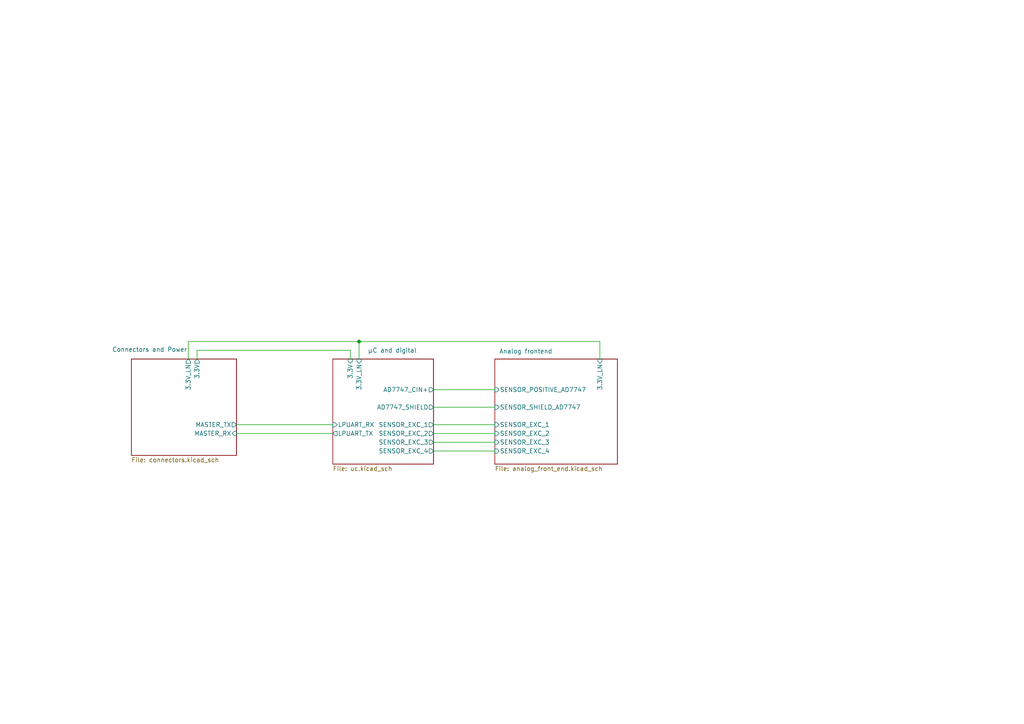
<source format=kicad_sch>
(kicad_sch
	(version 20250114)
	(generator "eeschema")
	(generator_version "9.0")
	(uuid "dedd74c5-8e82-403a-8a1b-f763d3ee00bb")
	(paper "A4")
	(title_block
		(title "Wall Moisture Sensor - WMS1")
		(rev "${VERSION}")
		(company "${COMPANY}")
	)
	(lib_symbols)
	(junction
		(at 104.14 99.06)
		(diameter 0)
		(color 0 0 0 0)
		(uuid "3805e5a7-e17a-444e-875e-25bf5e780e58")
	)
	(wire
		(pts
			(xy 54.61 104.14) (xy 54.61 99.06)
		)
		(stroke
			(width 0)
			(type default)
		)
		(uuid "0618d39b-5dc6-47b8-a855-f083a58fa374")
	)
	(wire
		(pts
			(xy 101.6 101.6) (xy 101.6 104.14)
		)
		(stroke
			(width 0)
			(type default)
		)
		(uuid "163da744-d12b-431f-b13a-506f9351e322")
	)
	(wire
		(pts
			(xy 104.14 99.06) (xy 104.14 104.14)
		)
		(stroke
			(width 0)
			(type default)
		)
		(uuid "1ade3ad8-2f2c-4f03-ada0-dee9cefc3fb3")
	)
	(wire
		(pts
			(xy 54.61 99.06) (xy 104.14 99.06)
		)
		(stroke
			(width 0)
			(type default)
		)
		(uuid "205c34b1-5f2c-4723-b9e4-e716bced4189")
	)
	(wire
		(pts
			(xy 173.99 99.06) (xy 173.99 104.14)
		)
		(stroke
			(width 0)
			(type default)
		)
		(uuid "27f0453d-81ef-41f2-8dbc-4df5b5f755b6")
	)
	(wire
		(pts
			(xy 125.73 123.19) (xy 143.51 123.19)
		)
		(stroke
			(width 0)
			(type default)
		)
		(uuid "3d42a923-4e75-4d6f-97d3-0452344663e6")
	)
	(wire
		(pts
			(xy 125.73 118.11) (xy 143.51 118.11)
		)
		(stroke
			(width 0)
			(type default)
		)
		(uuid "552fe653-e9d5-45ab-b46d-500f177d6f80")
	)
	(wire
		(pts
			(xy 68.58 125.73) (xy 96.52 125.73)
		)
		(stroke
			(width 0)
			(type default)
		)
		(uuid "978f0fe4-3ef2-41ac-bfe3-b20c825ee111")
	)
	(wire
		(pts
			(xy 125.73 113.03) (xy 143.51 113.03)
		)
		(stroke
			(width 0)
			(type default)
		)
		(uuid "a5333b70-6732-499c-8b49-8e1df2146ac3")
	)
	(wire
		(pts
			(xy 57.15 104.14) (xy 57.15 101.6)
		)
		(stroke
			(width 0)
			(type default)
		)
		(uuid "b1288780-6dbd-4b4d-bad2-8c1cc13edaf7")
	)
	(wire
		(pts
			(xy 125.73 128.27) (xy 143.51 128.27)
		)
		(stroke
			(width 0)
			(type default)
		)
		(uuid "b3f24101-df95-448d-a675-6925d32fbf1a")
	)
	(wire
		(pts
			(xy 125.73 130.81) (xy 143.51 130.81)
		)
		(stroke
			(width 0)
			(type default)
		)
		(uuid "ba1e14e8-65ad-452f-b0c9-bbfee6333bc1")
	)
	(wire
		(pts
			(xy 125.73 125.73) (xy 143.51 125.73)
		)
		(stroke
			(width 0)
			(type default)
		)
		(uuid "c5170dbb-fe8d-43b2-afbe-affe734d7e3d")
	)
	(wire
		(pts
			(xy 104.14 99.06) (xy 173.99 99.06)
		)
		(stroke
			(width 0)
			(type default)
		)
		(uuid "ce6e8a67-64ca-4195-b0a0-2ac57b626395")
	)
	(wire
		(pts
			(xy 57.15 101.6) (xy 101.6 101.6)
		)
		(stroke
			(width 0)
			(type default)
		)
		(uuid "dfb71b01-2814-401c-ac38-2c92174177a8")
	)
	(wire
		(pts
			(xy 68.58 123.19) (xy 96.52 123.19)
		)
		(stroke
			(width 0)
			(type default)
		)
		(uuid "e02ce1ab-b896-438e-be6c-233e177343e3")
	)
	(sheet
		(at 143.51 104.14)
		(size 35.56 30.48)
		(exclude_from_sim no)
		(in_bom yes)
		(on_board yes)
		(dnp no)
		(stroke
			(width 0.1524)
			(type solid)
		)
		(fill
			(color 0 0 0 0.0000)
		)
		(uuid "2a3fb7ae-12df-4167-9b5f-4fb9d4c182aa")
		(property "Sheetname" "Analog frontend"
			(at 144.78 102.616 0)
			(effects
				(font
					(size 1.27 1.27)
				)
				(justify left bottom)
			)
		)
		(property "Sheetfile" "analog_front_end.kicad_sch"
			(at 143.51 135.2046 0)
			(effects
				(font
					(size 1.27 1.27)
				)
				(justify left top)
			)
		)
		(pin "3.3V_LN" input
			(at 173.99 104.14 90)
			(uuid "9eb84329-5a2f-4c1c-8f43-9561ca022b3e")
			(effects
				(font
					(size 1.27 1.27)
				)
				(justify right)
			)
		)
		(pin "SENSOR_POSITIVE_AD7747" input
			(at 143.51 113.03 180)
			(uuid "efd4c6c9-5a45-4649-b0a9-986c9d30cfde")
			(effects
				(font
					(size 1.27 1.27)
				)
				(justify left)
			)
		)
		(pin "SENSOR_EXC_1" input
			(at 143.51 123.19 180)
			(uuid "94e0d1ab-1ac8-4ee7-9be4-0b4691ed71ad")
			(effects
				(font
					(size 1.27 1.27)
				)
				(justify left)
			)
		)
		(pin "SENSOR_EXC_2" input
			(at 143.51 125.73 180)
			(uuid "2e2ea611-c101-4f67-8338-17d99f2e9556")
			(effects
				(font
					(size 1.27 1.27)
				)
				(justify left)
			)
		)
		(pin "SENSOR_EXC_3" input
			(at 143.51 128.27 180)
			(uuid "77e381cf-1257-4240-acf0-159eabb4bcd2")
			(effects
				(font
					(size 1.27 1.27)
				)
				(justify left)
			)
		)
		(pin "SENSOR_SHIELD_AD7747" input
			(at 143.51 118.11 180)
			(uuid "eb2fa6fc-34f7-4e51-b231-8d1de80fa33b")
			(effects
				(font
					(size 1.27 1.27)
				)
				(justify left)
			)
		)
		(pin "SENSOR_EXC_4" input
			(at 143.51 130.81 180)
			(uuid "bbe51eda-1908-4a22-b24f-9d44077fba55")
			(effects
				(font
					(size 1.27 1.27)
				)
				(justify left)
			)
		)
		(instances
			(project "wall_moisture-hardware"
				(path "/dedd74c5-8e82-403a-8a1b-f763d3ee00bb"
					(page "4")
				)
			)
		)
	)
	(sheet
		(at 96.52 104.14)
		(size 29.21 30.48)
		(exclude_from_sim no)
		(in_bom yes)
		(on_board yes)
		(dnp no)
		(stroke
			(width 0.1524)
			(type solid)
		)
		(fill
			(color 0 0 0 0.0000)
		)
		(uuid "639d936a-4332-4d32-a789-7d8ba12f07a1")
		(property "Sheetname" "µC and digital"
			(at 106.68 102.362 0)
			(effects
				(font
					(size 1.27 1.27)
				)
				(justify left bottom)
			)
		)
		(property "Sheetfile" "uc.kicad_sch"
			(at 96.52 135.2046 0)
			(effects
				(font
					(size 1.27 1.27)
				)
				(justify left top)
			)
		)
		(pin "3.3V" input
			(at 101.6 104.14 90)
			(uuid "4e1e885b-702a-4b94-84ee-f5eb24bd4d40")
			(effects
				(font
					(size 1.27 1.27)
				)
				(justify right)
			)
		)
		(pin "3.3V_LN" input
			(at 104.14 104.14 90)
			(uuid "00249b0f-b7c6-438c-90e2-d76a29633798")
			(effects
				(font
					(size 1.27 1.27)
				)
				(justify right)
			)
		)
		(pin "LPUART_RX" input
			(at 96.52 123.19 180)
			(uuid "bb2a85ef-5e24-4d8e-9936-1fdde29daaf8")
			(effects
				(font
					(size 1.27 1.27)
				)
				(justify left)
			)
		)
		(pin "LPUART_TX" output
			(at 96.52 125.73 180)
			(uuid "f88916e3-6b73-4fbf-b447-2d9d3347be8e")
			(effects
				(font
					(size 1.27 1.27)
				)
				(justify left)
			)
		)
		(pin "AD7747_SHIELD" output
			(at 125.73 118.11 0)
			(uuid "a8dfbd35-f5d8-4e7c-a861-29819d02b575")
			(effects
				(font
					(size 1.27 1.27)
				)
				(justify right)
			)
		)
		(pin "AD7747_CIN+" output
			(at 125.73 113.03 0)
			(uuid "36285d00-963e-4840-87df-6e6e012cc286")
			(effects
				(font
					(size 1.27 1.27)
				)
				(justify right)
			)
		)
		(pin "SENSOR_EXC_1" output
			(at 125.73 123.19 0)
			(uuid "b7957fe1-d4c0-45b4-8b81-28e9b7226562")
			(effects
				(font
					(size 1.27 1.27)
				)
				(justify right)
			)
		)
		(pin "SENSOR_EXC_2" output
			(at 125.73 125.73 0)
			(uuid "bfd71a09-ce79-452c-b1e7-7ada0f3d1509")
			(effects
				(font
					(size 1.27 1.27)
				)
				(justify right)
			)
		)
		(pin "SENSOR_EXC_3" output
			(at 125.73 128.27 0)
			(uuid "8b24f206-7062-433a-b11c-4ee068fd2eec")
			(effects
				(font
					(size 1.27 1.27)
				)
				(justify right)
			)
		)
		(pin "SENSOR_EXC_4" output
			(at 125.73 130.81 0)
			(uuid "8bb27c56-cb63-4fc4-9ba9-4e6b5461fd8b")
			(effects
				(font
					(size 1.27 1.27)
				)
				(justify right)
			)
		)
		(instances
			(project "wall_moisture-hardware"
				(path "/dedd74c5-8e82-403a-8a1b-f763d3ee00bb"
					(page "2")
				)
			)
		)
	)
	(sheet
		(at 38.1 104.14)
		(size 30.48 27.94)
		(exclude_from_sim no)
		(in_bom yes)
		(on_board yes)
		(dnp no)
		(stroke
			(width 0.1524)
			(type solid)
		)
		(fill
			(color 0 0 0 0.0000)
		)
		(uuid "6d9e78ef-2aac-40ff-a2f1-475c572a17ad")
		(property "Sheetname" "Connectors and Power"
			(at 32.512 102.108 0)
			(effects
				(font
					(size 1.27 1.27)
				)
				(justify left bottom)
			)
		)
		(property "Sheetfile" "connectors.kicad_sch"
			(at 38.1 132.6646 0)
			(effects
				(font
					(size 1.27 1.27)
				)
				(justify left top)
			)
		)
		(pin "MASTER_RX" input
			(at 68.58 125.73 0)
			(uuid "28d9d723-2308-4238-8266-738efe4ccc5e")
			(effects
				(font
					(size 1.27 1.27)
				)
				(justify right)
			)
		)
		(pin "MASTER_TX" output
			(at 68.58 123.19 0)
			(uuid "86e2cff0-6b02-43fe-88c1-671e5dedf155")
			(effects
				(font
					(size 1.27 1.27)
				)
				(justify right)
			)
		)
		(pin "3.3V" output
			(at 57.15 104.14 90)
			(uuid "77444e89-1fc5-4283-96c6-ba26198a66e3")
			(effects
				(font
					(size 1.27 1.27)
				)
				(justify right)
			)
		)
		(pin "3.3V_LN" output
			(at 54.61 104.14 90)
			(uuid "b3ecb439-8888-48df-b394-bcc0a0811d02")
			(effects
				(font
					(size 1.27 1.27)
				)
				(justify right)
			)
		)
		(instances
			(project "wall_moisture-hardware"
				(path "/dedd74c5-8e82-403a-8a1b-f763d3ee00bb"
					(page "3")
				)
			)
		)
	)
	(sheet_instances
		(path "/"
			(page "1")
		)
	)
	(embedded_fonts no)
)

</source>
